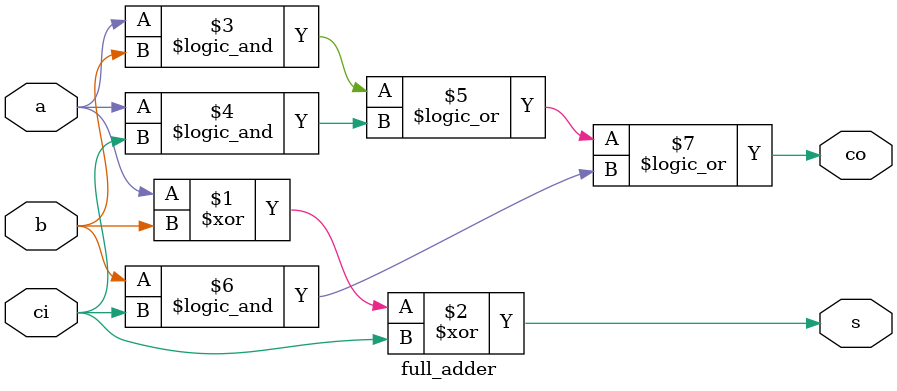
<source format=v>
module full_adder (
    a,
    b,
    s,
    ci,
    co
);
    input a, b, ci;
    output s, co;
    assign s = a ^ b ^ ci;
    assign co = (a && b) || (a && ci) || (b && ci);
endmodule
</source>
